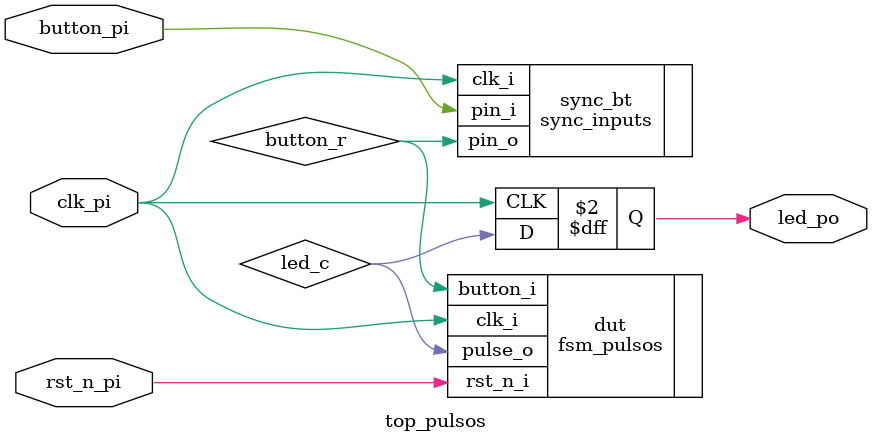
<source format=sv>
`timescale 1ns / 1ps

module top_pulsos(
        input  logic clk_pi,        // Clock input port
        input  logic rst_n_pi,      // Reset input port - active low        
        input  logic button_pi,     // Button input port
        output logic led_po         // Led output port
    );
    
    //señales internas
    logic button_r;     // Botón sincronizado
    logic led_c;        // Salida del módulo generador de pulsos (sin registrar)
    
    // Sincronizadores
    sync_inputs sync_bt (
        .clk_i      (clk_pi),
        .pin_i      (button_pi),
        .pin_o      (button_r)
    );
    
    // Generador de pulsos
    fsm_pulsos dut(
        .clk_i      (clk_pi),      
        .rst_n_i    (rst_n_pi),     // Reset input - active low
        .button_i   (button_r),        // Button input
        .pulse_o    (led_c)        // Pulse output 
    );
    
    // Registrando la salida
    always_ff @(posedge clk_pi)
        led_po <= led_c;
        
endmodule

</source>
